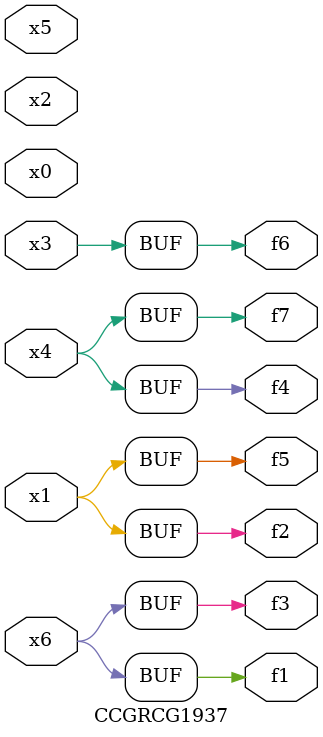
<source format=v>
module CCGRCG1937(
	input x0, x1, x2, x3, x4, x5, x6,
	output f1, f2, f3, f4, f5, f6, f7
);
	assign f1 = x6;
	assign f2 = x1;
	assign f3 = x6;
	assign f4 = x4;
	assign f5 = x1;
	assign f6 = x3;
	assign f7 = x4;
endmodule

</source>
